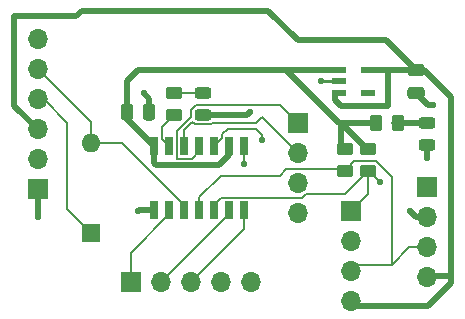
<source format=gbr>
%TF.GenerationSoftware,KiCad,Pcbnew,8.0.0-8.0.0-1~ubuntu20.04.1*%
%TF.CreationDate,2024-03-10T03:56:21-05:00*%
%TF.ProjectId,avr16dd14_dev_board,61767231-3664-4643-9134-5f6465765f62,rev?*%
%TF.SameCoordinates,Original*%
%TF.FileFunction,Copper,L1,Top*%
%TF.FilePolarity,Positive*%
%FSLAX46Y46*%
G04 Gerber Fmt 4.6, Leading zero omitted, Abs format (unit mm)*
G04 Created by KiCad (PCBNEW 8.0.0-8.0.0-1~ubuntu20.04.1) date 2024-03-10 03:56:21*
%MOMM*%
%LPD*%
G01*
G04 APERTURE LIST*
G04 Aperture macros list*
%AMRoundRect*
0 Rectangle with rounded corners*
0 $1 Rounding radius*
0 $2 $3 $4 $5 $6 $7 $8 $9 X,Y pos of 4 corners*
0 Add a 4 corners polygon primitive as box body*
4,1,4,$2,$3,$4,$5,$6,$7,$8,$9,$2,$3,0*
0 Add four circle primitives for the rounded corners*
1,1,$1+$1,$2,$3*
1,1,$1+$1,$4,$5*
1,1,$1+$1,$6,$7*
1,1,$1+$1,$8,$9*
0 Add four rect primitives between the rounded corners*
20,1,$1+$1,$2,$3,$4,$5,0*
20,1,$1+$1,$4,$5,$6,$7,0*
20,1,$1+$1,$6,$7,$8,$9,0*
20,1,$1+$1,$8,$9,$2,$3,0*%
G04 Aperture macros list end*
%TA.AperFunction,ComponentPad*%
%ADD10R,1.700000X1.700000*%
%TD*%
%TA.AperFunction,ComponentPad*%
%ADD11O,1.700000X1.700000*%
%TD*%
%TA.AperFunction,SMDPad,CuDef*%
%ADD12R,1.150000X0.600000*%
%TD*%
%TA.AperFunction,SMDPad,CuDef*%
%ADD13R,0.650000X1.500000*%
%TD*%
%TA.AperFunction,SMDPad,CuDef*%
%ADD14RoundRect,0.243750X0.456250X-0.243750X0.456250X0.243750X-0.456250X0.243750X-0.456250X-0.243750X0*%
%TD*%
%TA.AperFunction,SMDPad,CuDef*%
%ADD15RoundRect,0.250000X-0.450000X0.262500X-0.450000X-0.262500X0.450000X-0.262500X0.450000X0.262500X0*%
%TD*%
%TA.AperFunction,SMDPad,CuDef*%
%ADD16RoundRect,0.250000X0.262500X0.450000X-0.262500X0.450000X-0.262500X-0.450000X0.262500X-0.450000X0*%
%TD*%
%TA.AperFunction,SMDPad,CuDef*%
%ADD17RoundRect,0.250000X0.450000X-0.262500X0.450000X0.262500X-0.450000X0.262500X-0.450000X-0.262500X0*%
%TD*%
%TA.AperFunction,SMDPad,CuDef*%
%ADD18RoundRect,0.250000X0.475000X-0.250000X0.475000X0.250000X-0.475000X0.250000X-0.475000X-0.250000X0*%
%TD*%
%TA.AperFunction,SMDPad,CuDef*%
%ADD19RoundRect,0.250000X0.250000X0.475000X-0.250000X0.475000X-0.250000X-0.475000X0.250000X-0.475000X0*%
%TD*%
%TA.AperFunction,ComponentPad*%
%ADD20R,1.600000X1.600000*%
%TD*%
%TA.AperFunction,ComponentPad*%
%ADD21O,1.600000X1.600000*%
%TD*%
%TA.AperFunction,ViaPad*%
%ADD22C,0.584200*%
%TD*%
%TA.AperFunction,Conductor*%
%ADD23C,0.508000*%
%TD*%
%TA.AperFunction,Conductor*%
%ADD24C,0.152400*%
%TD*%
%TA.AperFunction,Conductor*%
%ADD25C,0.250000*%
%TD*%
G04 APERTURE END LIST*
D10*
%TO.P,J1,1,Pin_1*%
%TO.N,0*%
X108500000Y-83620000D03*
D11*
%TO.P,J1,2,Pin_2*%
%TO.N,unconnected-(J1-Pin_2-Pad2)*%
X108500000Y-81080000D03*
%TO.P,J1,3,Pin_3*%
%TO.N,/VIN*%
X108500000Y-78540000D03*
%TO.P,J1,4,Pin_4*%
%TO.N,/TX*%
X108500000Y-76000000D03*
%TO.P,J1,5,Pin_5*%
%TO.N,/RX*%
X108500000Y-73460000D03*
%TO.P,J1,6,Pin_6*%
%TO.N,unconnected-(J1-Pin_6-Pad6)*%
X108500000Y-70920000D03*
%TD*%
D12*
%TO.P,IC2,1,VOUT*%
%TO.N,/VDD*%
X134000000Y-73550000D03*
%TO.P,IC2,2,GND*%
%TO.N,0*%
X134000000Y-74500000D03*
%TO.P,IC2,3,VIN*%
%TO.N,/VIN*%
X134000000Y-75450000D03*
%TO.P,IC2,4,NC/ADJ*%
%TO.N,unconnected-(IC2-NC{slash}ADJ-Pad4)*%
X136500000Y-75450000D03*
%TO.P,IC2,5,EN*%
%TO.N,/VIN*%
X136500000Y-73550000D03*
%TD*%
D13*
%TO.P,IC1,1,GND*%
%TO.N,0*%
X118380000Y-85400000D03*
%TO.P,IC1,2,PF6(~{RESET})*%
%TO.N,/RESET*%
X119650000Y-85400000D03*
%TO.P,IC1,3,PF7(UPDI)*%
%TO.N,/RX*%
X120920000Y-85400000D03*
%TO.P,IC1,4,PA0(XTAL1)*%
%TO.N,/SDA*%
X122190000Y-85400000D03*
%TO.P,IC1,5,PA1(XTAL2)*%
%TO.N,/SCL*%
X123460000Y-85400000D03*
%TO.P,IC1,6,PC1*%
%TO.N,/PC1*%
X124730000Y-85400000D03*
%TO.P,IC1,7,PC2*%
%TO.N,/PC2*%
X126000000Y-85400000D03*
%TO.P,IC1,8,PC3*%
%TO.N,/PC3*%
X126000000Y-80000000D03*
%TO.P,IC1,9,VDDIO2*%
%TO.N,/VDD*%
X124730000Y-80000000D03*
%TO.P,IC1,10,PD4*%
%TO.N,/PD4*%
X123460000Y-80000000D03*
%TO.P,IC1,11,PD5*%
%TO.N,/PD5*%
X122190000Y-80000000D03*
%TO.P,IC1,12,PD6*%
%TO.N,/PD6*%
X120920000Y-80000000D03*
%TO.P,IC1,13,PD7*%
%TO.N,/PD7*%
X119650000Y-80000000D03*
%TO.P,IC1,14,VDD*%
%TO.N,/VDD*%
X118380000Y-80000000D03*
%TD*%
D14*
%TO.P,D2,1,K*%
%TO.N,0*%
X122500000Y-77375000D03*
%TO.P,D2,2,A*%
%TO.N,Net-(D2-A)*%
X122500000Y-75500000D03*
%TD*%
D11*
%TO.P,J6,5,Pin_5*%
%TO.N,/PD4*%
X126580000Y-91500000D03*
%TO.P,J6,4,Pin_4*%
%TO.N,/PC3*%
X124040000Y-91500000D03*
%TO.P,J6,3,Pin_3*%
%TO.N,/PC2*%
X121500000Y-91500000D03*
%TO.P,J6,2,Pin_2*%
%TO.N,/PC1*%
X118960000Y-91500000D03*
D10*
%TO.P,J6,1,Pin_1*%
%TO.N,/RESET*%
X116420000Y-91500000D03*
%TD*%
D11*
%TO.P,J5,4,Pin_4*%
%TO.N,/VDDIO2*%
X130500000Y-85620000D03*
%TO.P,J5,3,Pin_3*%
%TO.N,/PD7*%
X130500000Y-83080000D03*
%TO.P,J5,2,Pin_2*%
%TO.N,/PD6*%
X130500000Y-80540000D03*
D10*
%TO.P,J5,1,Pin_1*%
%TO.N,/PD5*%
X130500000Y-78000000D03*
%TD*%
D15*
%TO.P,R5,1*%
%TO.N,Net-(D2-A)*%
X120000000Y-75500000D03*
%TO.P,R5,2*%
%TO.N,/PD7*%
X120000000Y-77325000D03*
%TD*%
D16*
%TO.P,R4,1*%
%TO.N,Net-(D1-A)*%
X139000000Y-78050000D03*
%TO.P,R4,2*%
%TO.N,/VDD*%
X137175000Y-78050000D03*
%TD*%
D17*
%TO.P,R3,1*%
%TO.N,/SCL*%
X136500000Y-82050000D03*
%TO.P,R3,2*%
%TO.N,/VDD*%
X136500000Y-80225000D03*
%TD*%
%TO.P,R2,1*%
%TO.N,/SDA*%
X134500000Y-82050000D03*
%TO.P,R2,2*%
%TO.N,/VDD*%
X134500000Y-80225000D03*
%TD*%
D11*
%TO.P,J4,4,Pin_4*%
%TO.N,/VIN*%
X135000000Y-93120000D03*
%TO.P,J4,3,Pin_3*%
%TO.N,/SDA*%
X135000000Y-90580000D03*
%TO.P,J4,2,Pin_2*%
%TO.N,0*%
X135000000Y-88040000D03*
D10*
%TO.P,J4,1,Pin_1*%
%TO.N,/SCL*%
X135000000Y-85500000D03*
%TD*%
%TO.P,J2,1,Pin_1*%
%TO.N,/SCL*%
X141500000Y-83460000D03*
D11*
%TO.P,J2,2,Pin_2*%
%TO.N,0*%
X141500000Y-86000000D03*
%TO.P,J2,3,Pin_3*%
%TO.N,/SDA*%
X141500000Y-88540000D03*
%TO.P,J2,4,Pin_4*%
%TO.N,/VIN*%
X141500000Y-91080000D03*
%TD*%
D14*
%TO.P,D1,1,K*%
%TO.N,0*%
X141500000Y-79875000D03*
%TO.P,D1,2,A*%
%TO.N,Net-(D1-A)*%
X141500000Y-78000000D03*
%TD*%
D18*
%TO.P,C2,2*%
%TO.N,/VIN*%
X140500000Y-73550000D03*
%TO.P,C2,1*%
%TO.N,0*%
X140500000Y-75450000D03*
%TD*%
D19*
%TO.P,C1,1*%
%TO.N,0*%
X117950000Y-77050000D03*
%TO.P,C1,2*%
%TO.N,/VDD*%
X116050000Y-77050000D03*
%TD*%
D20*
%TO.P,D3,1,K*%
%TO.N,/TX*%
X113000000Y-87310000D03*
D21*
%TO.P,D3,2,A*%
%TO.N,/RX*%
X113000000Y-79690000D03*
%TD*%
D22*
%TO.N,0*%
X132500000Y-74500000D03*
%TO.N,/PD4*%
X127500000Y-79500000D03*
%TO.N,/PC3*%
X126000000Y-81500000D03*
%TO.N,/SCL*%
X137500000Y-83000000D03*
%TO.N,0*%
X140000000Y-85500000D03*
X142000000Y-76500000D03*
X141500000Y-81000000D03*
X108500000Y-86000000D03*
X117000000Y-85500000D03*
X117500000Y-75500000D03*
X126500000Y-77068300D03*
%TD*%
D23*
%TO.N,/VIN*%
X108500000Y-78540000D02*
X106500000Y-76540000D01*
X130500000Y-71000000D02*
X137950000Y-71000000D01*
X106500000Y-76540000D02*
X106500000Y-69000000D01*
X106500000Y-69000000D02*
X111772000Y-69000000D01*
X111772000Y-69000000D02*
X112272000Y-68500000D01*
X112272000Y-68500000D02*
X128000000Y-68500000D01*
X128000000Y-68500000D02*
X130500000Y-71000000D01*
X137950000Y-71000000D02*
X140500000Y-73550000D01*
D24*
%TO.N,/PD7*%
X119650000Y-80000000D02*
X119000000Y-79350000D01*
X119000000Y-79350000D02*
X119000000Y-78325000D01*
X119000000Y-78325000D02*
X120000000Y-77325000D01*
%TO.N,/PD4*%
X127500000Y-79500000D02*
X127500000Y-79000000D01*
X127500000Y-79000000D02*
X127000000Y-78500000D01*
X127000000Y-78500000D02*
X124602600Y-78500000D01*
X124602600Y-78500000D02*
X124128800Y-78973800D01*
X124128800Y-78973800D02*
X124128800Y-79331200D01*
X124128800Y-79331200D02*
X123460000Y-80000000D01*
D23*
%TO.N,0*%
X126193300Y-77375000D02*
X122500000Y-77375000D01*
D25*
X132500000Y-74500000D02*
X134000000Y-74500000D01*
D23*
%TO.N,/VDD*%
X116050000Y-77050000D02*
X116050000Y-74450000D01*
X116050000Y-74450000D02*
X117000000Y-73500000D01*
X117000000Y-73500000D02*
X132450000Y-73500000D01*
X132450000Y-73500000D02*
X132500000Y-73550000D01*
X132500000Y-73550000D02*
X132550000Y-73500000D01*
X132550000Y-73500000D02*
X133625000Y-73500000D01*
X133625000Y-73500000D02*
X133675000Y-73550000D01*
X134175000Y-78050000D02*
X134050000Y-78050000D01*
X134050000Y-78050000D02*
X129500000Y-73500000D01*
D24*
%TO.N,/PC3*%
X126000000Y-80000000D02*
X126000000Y-81500000D01*
%TO.N,/PD6*%
X120920000Y-80000000D02*
X120920000Y-78578368D01*
X120920000Y-78578368D02*
X121590646Y-77907722D01*
X121590646Y-77907722D02*
X121821624Y-78138700D01*
X123178376Y-78138700D02*
X123317076Y-78000000D01*
X121821624Y-78138700D02*
X123178376Y-78138700D01*
X123317076Y-78000000D02*
X126960000Y-78000000D01*
X126960000Y-78000000D02*
X127460000Y-77500000D01*
X127460000Y-77500000D02*
X130500000Y-80540000D01*
D23*
%TO.N,0*%
X126500000Y-77068300D02*
X126193300Y-77375000D01*
D24*
%TO.N,/SCL*%
X136550000Y-82050000D02*
X137500000Y-83000000D01*
X136500000Y-82050000D02*
X136550000Y-82050000D01*
X123460000Y-85400000D02*
X123460000Y-84975000D01*
X123460000Y-84975000D02*
X124061200Y-84373800D01*
X124061200Y-84373800D02*
X130846488Y-84373800D01*
X130846488Y-84373800D02*
X131220288Y-84000000D01*
X131220288Y-84000000D02*
X134550000Y-84000000D01*
X134550000Y-84000000D02*
X136500000Y-82050000D01*
%TO.N,/SDA*%
X134500000Y-82050000D02*
X134403800Y-81953800D01*
X129546200Y-81953800D02*
X129000000Y-82500000D01*
X134403800Y-81953800D02*
X129546200Y-81953800D01*
X129000000Y-82500000D02*
X124000000Y-82500000D01*
X124000000Y-82500000D02*
X122190000Y-84310000D01*
X122190000Y-84310000D02*
X122190000Y-85400000D01*
X138500000Y-90000000D02*
X135580000Y-90000000D01*
D23*
%TO.N,/VIN*%
X135380000Y-93500000D02*
X135000000Y-93120000D01*
X143500000Y-91000000D02*
X143500000Y-91580000D01*
D24*
%TO.N,/SCL*%
X136500000Y-82050000D02*
X136500000Y-84000000D01*
D23*
%TO.N,/VIN*%
X143500000Y-91580000D02*
X141580000Y-93500000D01*
X141580000Y-93500000D02*
X135380000Y-93500000D01*
D24*
%TO.N,/SCL*%
X136500000Y-84000000D02*
X135000000Y-85500000D01*
%TO.N,/SDA*%
X135580000Y-90000000D02*
X135000000Y-90580000D01*
%TO.N,/PC2*%
X126000000Y-87000000D02*
X121500000Y-91500000D01*
X126000000Y-85400000D02*
X126000000Y-87000000D01*
%TO.N,/PC1*%
X124730000Y-85730000D02*
X118960000Y-91500000D01*
%TO.N,/RESET*%
X116420000Y-88987400D02*
X119650000Y-85757400D01*
X116420000Y-91500000D02*
X116420000Y-88987400D01*
X119650000Y-85757400D02*
X119650000Y-85400000D01*
%TO.N,/PC1*%
X124730000Y-85400000D02*
X124730000Y-85730000D01*
%TO.N,/SDA*%
X141500000Y-88540000D02*
X139960000Y-88540000D01*
X139960000Y-88540000D02*
X138500000Y-90000000D01*
D23*
%TO.N,0*%
X141550000Y-76500000D02*
X140500000Y-75450000D01*
X142000000Y-76500000D02*
X141550000Y-76500000D01*
X141500000Y-79875000D02*
X141500000Y-81000000D01*
X140500000Y-86000000D02*
X140000000Y-85500000D01*
X141500000Y-86000000D02*
X140500000Y-86000000D01*
%TO.N,/VDD*%
X118380000Y-80000000D02*
X118380000Y-81380000D01*
X118380000Y-81380000D02*
X118556400Y-81556400D01*
X118556400Y-81556400D02*
X123886600Y-81556400D01*
X123886600Y-81556400D02*
X124730000Y-80713000D01*
X124730000Y-80713000D02*
X124730000Y-80000000D01*
D24*
%TO.N,/SDA*%
X134500000Y-82050000D02*
X135288700Y-81261300D01*
X135288700Y-81261300D02*
X137174886Y-81261300D01*
X138500000Y-82586414D02*
X138500000Y-90000000D01*
X137174886Y-81261300D02*
X138500000Y-82586414D01*
D23*
%TO.N,/VIN*%
X143500000Y-75825000D02*
X143500000Y-91000000D01*
X143500000Y-91000000D02*
X141580000Y-91000000D01*
X141580000Y-91000000D02*
X141500000Y-91080000D01*
X140500000Y-73550000D02*
X141225000Y-73550000D01*
X141225000Y-73550000D02*
X143500000Y-75825000D01*
%TO.N,0*%
X108500000Y-86000000D02*
X108500000Y-85753900D01*
X108500000Y-83620000D02*
X108500000Y-86000000D01*
X117100000Y-85400000D02*
X117000000Y-85500000D01*
X118380000Y-85400000D02*
X117100000Y-85400000D01*
X117950000Y-75950000D02*
X117500000Y-75500000D01*
X117950000Y-77050000D02*
X117950000Y-75950000D01*
D24*
%TO.N,/PD5*%
X122190000Y-80000000D02*
X122190000Y-80425000D01*
X129000000Y-76500000D02*
X130500000Y-78000000D01*
X122190000Y-80425000D02*
X121588800Y-81026200D01*
X121588800Y-81026200D02*
X120318800Y-81026200D01*
X120318800Y-81026200D02*
X120318800Y-78681200D01*
X120318800Y-78681200D02*
X121500000Y-77500000D01*
X121932924Y-76500000D02*
X129000000Y-76500000D01*
X121500000Y-77500000D02*
X121500000Y-76932924D01*
X121500000Y-76932924D02*
X121932924Y-76500000D01*
%TO.N,/SDA*%
X134500000Y-82050000D02*
X134500000Y-82500000D01*
D23*
%TO.N,Net-(D1-A)*%
X138675000Y-78050000D02*
X141450000Y-78050000D01*
X141450000Y-78050000D02*
X141500000Y-78000000D01*
D24*
%TO.N,Net-(D2-A)*%
X120000000Y-75500000D02*
X122500000Y-75500000D01*
%TO.N,/TX*%
X108500000Y-76000000D02*
X109000000Y-76000000D01*
X109000000Y-76000000D02*
X111000000Y-78000000D01*
X111000000Y-78000000D02*
X111000000Y-85310000D01*
X111000000Y-85310000D02*
X113000000Y-87310000D01*
%TO.N,/RX*%
X113000000Y-79690000D02*
X115635000Y-79690000D01*
X115635000Y-79690000D02*
X120920000Y-84975000D01*
X120920000Y-84975000D02*
X120920000Y-85400000D01*
X108500000Y-73460000D02*
X113000000Y-77960000D01*
X113000000Y-77960000D02*
X113000000Y-79690000D01*
D23*
%TO.N,/VIN*%
X136175000Y-73550000D02*
X138175000Y-73550000D01*
X133675000Y-75450000D02*
X133675000Y-76050000D01*
X138175000Y-73550000D02*
X139175000Y-73550000D01*
X133675000Y-76050000D02*
X134175000Y-76550000D01*
X134175000Y-76550000D02*
X138175000Y-76550000D01*
X138175000Y-76550000D02*
X138175000Y-73550000D01*
X139175000Y-73550000D02*
X140175000Y-73550000D01*
%TO.N,/VDD*%
X134175000Y-78050000D02*
X136850000Y-78050000D01*
X136175000Y-80050000D02*
X134175000Y-78050000D01*
X134175000Y-80225000D02*
X134175000Y-78050000D01*
X116050000Y-77050000D02*
X116050000Y-77670000D01*
X116050000Y-77670000D02*
X118380000Y-80000000D01*
%TD*%
M02*

</source>
